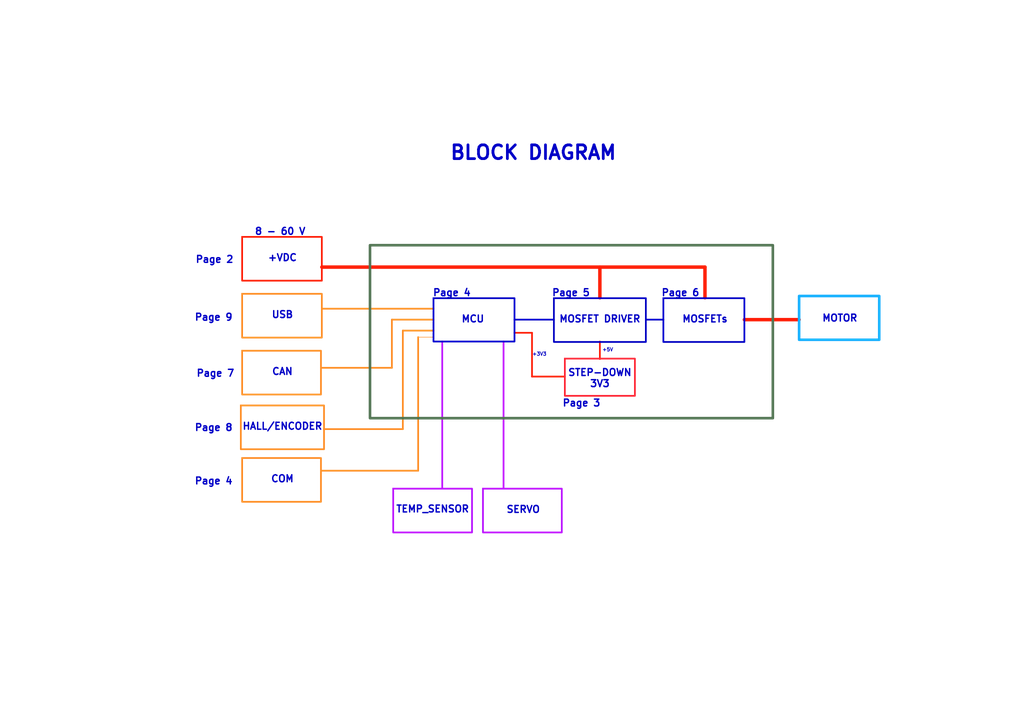
<source format=kicad_sch>
(kicad_sch
	(version 20231120)
	(generator "eeschema")
	(generator_version "8.0")
	(uuid "d9f81514-9a6d-4f06-bb2f-d9f9c323437b")
	(paper "A4")
	(title_block
		(title " BLOCK DIAGRAM")
		(date "2025-01-24")
		(rev "0")
	)
	(lib_symbols)
	(polyline
		(pts
			(xy 215.9 92.71) (xy 231.775 92.71)
		)
		(stroke
			(width 1)
			(type default)
			(color 255 28 5 1)
		)
		(uuid "0506f087-8f75-4da3-9616-4e670b537902")
	)
	(polyline
		(pts
			(xy 121.285 97.79) (xy 125.73 97.79)
		)
		(stroke
			(width 0)
			(type default)
			(color 255 140 35 1)
		)
		(uuid "09b8680b-6fd5-4f08-a622-07789c7c1b0e")
	)
	(polyline
		(pts
			(xy 113.665 92.71) (xy 125.73 92.71)
		)
		(stroke
			(width 0.5)
			(type default)
			(color 255 140 35 1)
		)
		(uuid "0b335e44-351a-4f4a-8f2a-a49e3913ed45")
	)
	(polyline
		(pts
			(xy 173.99 99.06) (xy 173.99 104.14)
		)
		(stroke
			(width 0.5)
			(type default)
			(color 255 28 5 1)
		)
		(uuid "10959e78-2910-40df-8207-0989b1776ffe")
	)
	(polyline
		(pts
			(xy 149.225 96.52) (xy 154.305 96.52)
		)
		(stroke
			(width 0.5)
			(type default)
			(color 255 28 5 1)
		)
		(uuid "2149d609-5dc7-48f6-9123-e301e15d2d37")
	)
	(polyline
		(pts
			(xy 93.345 89.535) (xy 125.73 89.535)
		)
		(stroke
			(width 0.5)
			(type default)
			(color 255 140 35 1)
		)
		(uuid "22eff919-4e3a-4b7e-94a4-a95d48b84a32")
	)
	(polyline
		(pts
			(xy 93.345 106.68) (xy 113.665 106.68)
		)
		(stroke
			(width 0.5)
			(type default)
			(color 255 140 35 1)
		)
		(uuid "344f183e-360f-4415-b6cb-5b859b0c4e32")
	)
	(polyline
		(pts
			(xy 149.225 92.71) (xy 160.655 92.71)
		)
		(stroke
			(width 0.5)
			(type default)
		)
		(uuid "3b7b04bc-aebd-4d76-9fb6-da46ee30e0b9")
	)
	(polyline
		(pts
			(xy 160.655 92.075) (xy 160.655 92.71)
		)
		(stroke
			(width 0)
			(type default)
		)
		(uuid "4ef4887e-011d-4891-b332-3ee1822f583f")
	)
	(polyline
		(pts
			(xy 116.84 124.46) (xy 116.84 95.885)
		)
		(stroke
			(width 0.5)
			(type default)
			(color 255 140 35 1)
		)
		(uuid "7cba861f-9076-4cf6-8e1c-835efce600c3")
	)
	(polyline
		(pts
			(xy 163.83 109.22) (xy 154.305 109.22)
		)
		(stroke
			(width 0.5)
			(type default)
			(color 255 28 5 1)
		)
		(uuid "817571ed-53c0-4cd3-9d81-cbba8adc7818")
	)
	(polyline
		(pts
			(xy 187.325 92.71) (xy 192.405 92.71)
		)
		(stroke
			(width 0.5)
			(type default)
		)
		(uuid "8e762f7e-ba1c-4d8f-99d0-cf843f2c35e7")
	)
	(polyline
		(pts
			(xy 204.47 77.47) (xy 204.47 86.36)
		)
		(stroke
			(width 1)
			(type default)
			(color 255 28 5 1)
		)
		(uuid "96346455-d5a9-44db-810d-eed03d166d7c")
	)
	(polyline
		(pts
			(xy 173.99 77.47) (xy 173.99 86.36)
		)
		(stroke
			(width 1)
			(type default)
			(color 255 28 5 1)
		)
		(uuid "9ad1ed50-2d6a-4f4b-9078-07f830cff79a")
	)
	(polyline
		(pts
			(xy 121.285 136.525) (xy 121.285 97.79)
		)
		(stroke
			(width 0.5)
			(type default)
			(color 255 140 35 1)
		)
		(uuid "9c46ddeb-e55d-47c5-82cd-8869915bdbb8")
	)
	(polyline
		(pts
			(xy 146.05 99.06) (xy 146.05 141.605)
		)
		(stroke
			(width 0.5)
			(type default)
			(color 182 13 255 1)
		)
		(uuid "a462faa3-28ee-48c7-999c-52748123a538")
	)
	(polyline
		(pts
			(xy 93.345 136.525) (xy 121.285 136.525)
		)
		(stroke
			(width 0.5)
			(type default)
			(color 255 140 35 1)
		)
		(uuid "a78b41d9-f150-4705-b72f-0dd94b9b87aa")
	)
	(polyline
		(pts
			(xy 93.98 124.46) (xy 116.84 124.46)
		)
		(stroke
			(width 0.5)
			(type default)
			(color 255 140 35 1)
		)
		(uuid "b22ef404-4031-40f9-88fe-36ee1735783a")
	)
	(polyline
		(pts
			(xy 154.305 109.22) (xy 154.305 96.52)
		)
		(stroke
			(width 0.5)
			(type default)
			(color 255 28 5 1)
		)
		(uuid "b6aea936-6a46-4fbe-954b-55437cc24901")
	)
	(polyline
		(pts
			(xy 125.73 97.79) (xy 125.73 97.79)
		)
		(stroke
			(width 0)
			(type default)
		)
		(uuid "b96d9af2-fc51-457f-993f-1d5f273120fe")
	)
	(polyline
		(pts
			(xy 128.27 99.06) (xy 128.27 141.605)
		)
		(stroke
			(width 0.5)
			(type default)
			(color 182 13 255 1)
		)
		(uuid "bbddd24e-bd78-4142-9764-0234117a6d4d")
	)
	(polyline
		(pts
			(xy 113.665 106.68) (xy 113.665 92.71)
		)
		(stroke
			(width 0.5)
			(type default)
			(color 255 140 35 1)
		)
		(uuid "c13deb85-de4e-40d3-8411-629d681585b7")
	)
	(polyline
		(pts
			(xy 93.345 77.47) (xy 204.47 77.47)
		)
		(stroke
			(width 1)
			(type default)
			(color 255 28 5 1)
		)
		(uuid "d79d35db-eb5c-4102-adc2-0b0009002063")
	)
	(polyline
		(pts
			(xy 116.84 95.885) (xy 125.73 95.885)
		)
		(stroke
			(width 0.5)
			(type default)
			(color 255 140 35 1)
		)
		(uuid "f88c3d2d-1bf8-46be-a43c-6f4371193bf5")
	)
	(rectangle
		(start 70.231 85.217)
		(end 93.345 97.917)
		(stroke
			(width 0.5)
			(type default)
			(color 255 140 35 1)
		)
		(fill
			(type none)
		)
		(uuid 20706e06-5654-4c11-b829-a63664107276)
	)
	(rectangle
		(start 114.046 141.732)
		(end 136.906 154.432)
		(stroke
			(width 0.5)
			(type default)
			(color 182 13 255 1)
		)
		(fill
			(type none)
		)
		(uuid 5dc3196a-1b79-455b-bf4f-380e4ac2d79e)
	)
	(rectangle
		(start 70.231 68.707)
		(end 93.345 81.407)
		(stroke
			(width 0.5)
			(type default)
			(color 255 28 5 1)
		)
		(fill
			(type none)
		)
		(uuid 6ca7c7eb-76b1-442a-b59c-e300c093913a)
	)
	(rectangle
		(start 231.775 85.852)
		(end 255.016 98.552)
		(stroke
			(width 0.75)
			(type default)
			(color 19 173 255 1)
		)
		(fill
			(type none)
		)
		(uuid 7403a91b-fc5d-419f-8a57-2303ffcc0f7f)
	)
	(rectangle
		(start 125.73 86.487)
		(end 149.225 99.06)
		(stroke
			(width 0.5)
			(type default)
		)
		(fill
			(type none)
		)
		(uuid 78d8faea-2352-4f95-8e71-a6addd8ebf30)
	)
	(rectangle
		(start 163.83 104.013)
		(end 184.15 114.808)
		(stroke
			(width 0.5)
			(type default)
			(color 255 37 51 1)
		)
		(fill
			(type none)
		)
		(uuid 92e79d8a-c1d3-4e35-a4e9-1adb2c5750c0)
	)
	(rectangle
		(start 107.315 71.12)
		(end 224.155 121.285)
		(stroke
			(width 0.75)
			(type default)
			(color 81 115 82 1)
		)
		(fill
			(type none)
		)
		(uuid b1c6e8d6-3cd7-46b1-b604-ccdb28adab3c)
	)
	(rectangle
		(start 70.231 132.842)
		(end 93.091 145.542)
		(stroke
			(width 0.5)
			(type default)
			(color 255 140 35 1)
		)
		(fill
			(type none)
		)
		(uuid b3a8c1ac-f320-4668-99d9-524bf6941f38)
	)
	(rectangle
		(start 69.85 117.602)
		(end 93.98 130.302)
		(stroke
			(width 0.5)
			(type default)
			(color 255 140 35 1)
		)
		(fill
			(type none)
		)
		(uuid c00220c0-d34b-4086-a828-5a57a8496df0)
	)
	(rectangle
		(start 70.231 101.727)
		(end 93.091 114.427)
		(stroke
			(width 0.5)
			(type default)
			(color 255 140 35 1)
		)
		(fill
			(type none)
		)
		(uuid dbb08ffd-04fa-46a2-8279-44628736987d)
	)
	(rectangle
		(start 160.655 86.487)
		(end 187.325 99.187)
		(stroke
			(width 0.5)
			(type default)
		)
		(fill
			(type none)
		)
		(uuid debb59ae-fa65-4751-9c04-4ae4a0b16637)
	)
	(rectangle
		(start 140.081 141.732)
		(end 162.941 154.432)
		(stroke
			(width 0.5)
			(type default)
			(color 182 13 255 1)
		)
		(fill
			(type none)
		)
		(uuid e69abcaa-191a-482b-842f-665b2f482f59)
	)
	(rectangle
		(start 192.405 86.487)
		(end 215.9 99.187)
		(stroke
			(width 0.5)
			(type default)
		)
		(fill
			(type none)
		)
		(uuid fe1a9964-367b-4930-80ac-a42850581dde)
	)
	(text "Page 5"
		(exclude_from_sim no)
		(at 165.608 85.09 0)
		(effects
			(font
				(size 2 2)
				(bold yes)
			)
		)
		(uuid "01f265d1-68dd-4ed3-a5ac-9325c9de1e44")
	)
	(text "Page 8"
		(exclude_from_sim no)
		(at 61.976 124.206 0)
		(effects
			(font
				(size 2 2)
				(bold yes)
			)
		)
		(uuid "0261a8e4-4524-40c4-956e-0d3c8a89ac6b")
	)
	(text "Page 6"
		(exclude_from_sim no)
		(at 197.358 85.09 0)
		(effects
			(font
				(size 2 2)
				(bold yes)
			)
		)
		(uuid "072489ea-0b7b-4a95-a422-9bfd13a276ae")
	)
	(text "Page 3"
		(exclude_from_sim no)
		(at 168.656 117.094 0)
		(effects
			(font
				(size 2 2)
				(bold yes)
			)
		)
		(uuid "43538fe4-8469-4048-b859-4f11770afab5")
	)
	(text "8 - 60 V"
		(exclude_from_sim no)
		(at 81.28 67.31 0)
		(effects
			(font
				(size 2 2)
				(bold yes)
			)
		)
		(uuid "4e49fe55-4669-4594-b59d-20f2d2cadba3")
	)
	(text "+3V3"
		(exclude_from_sim no)
		(at 156.464 102.87 0)
		(effects
			(font
				(size 1 1)
				(bold yes)
			)
		)
		(uuid "54939f2e-eba8-487d-959e-d8e102171a0b")
	)
	(text "Page 7"
		(exclude_from_sim no)
		(at 62.484 108.458 0)
		(effects
			(font
				(size 2 2)
				(bold yes)
			)
		)
		(uuid "5ec8dd66-a988-4aed-8214-9bd6f8f9a09b")
	)
	(text "COM"
		(exclude_from_sim no)
		(at 81.915 139.065 0)
		(effects
			(font
				(size 2 2)
				(bold yes)
			)
		)
		(uuid "5ed9515f-0cb9-44e1-8ac4-12a49467d94d")
	)
	(text "MOTOR"
		(exclude_from_sim no)
		(at 243.586 92.456 0)
		(effects
			(font
				(size 2 2)
				(bold yes)
			)
		)
		(uuid "60c5fce3-4e30-4b1d-8d39-ddba9f435861")
	)
	(text "USB"
		(exclude_from_sim no)
		(at 81.915 91.44 0)
		(effects
			(font
				(size 2 2)
				(bold yes)
			)
		)
		(uuid "62c01916-bccc-4f21-ae3f-9241dc055a07")
	)
	(text "STEP-DOWN\n3V3"
		(exclude_from_sim no)
		(at 173.99 109.855 0)
		(effects
			(font
				(size 2 2)
				(bold yes)
			)
		)
		(uuid "640252a3-ae87-4868-a90f-5b81c78a9026")
	)
	(text "Page 4"
		(exclude_from_sim no)
		(at 131.064 85.09 0)
		(effects
			(font
				(size 2 2)
				(bold yes)
			)
		)
		(uuid "7606ec9b-c737-4405-afa2-1d7d367de12d")
	)
	(text "CAN"
		(exclude_from_sim no)
		(at 81.915 107.95 0)
		(effects
			(font
				(size 2 2)
				(bold yes)
			)
		)
		(uuid "85eff90a-fe78-4195-a278-57ece3b442e5")
	)
	(text "Page 2"
		(exclude_from_sim no)
		(at 62.23 75.438 0)
		(effects
			(font
				(size 2 2)
				(bold yes)
			)
		)
		(uuid "9e53ef12-6da7-48c9-b7ad-1b3887f49128")
	)
	(text "${TITLE}"
		(exclude_from_sim no)
		(at 153.162 44.45 0)
		(effects
			(font
				(size 4 4)
				(thickness 0.8)
				(bold yes)
			)
		)
		(uuid "b451f167-b89d-4e31-a223-74c031e04c53")
	)
	(text "+VDC"
		(exclude_from_sim no)
		(at 81.915 74.93 0)
		(effects
			(font
				(size 2 2)
				(bold yes)
			)
		)
		(uuid "cab2c526-0662-409c-8328-923bea99b7df")
	)
	(text "MCU"
		(exclude_from_sim no)
		(at 137.16 92.71 0)
		(effects
			(font
				(size 2 2)
				(bold yes)
			)
		)
		(uuid "cec3cb80-1181-4bb5-8e4f-ce03ef8382ee")
	)
	(text "+5V"
		(exclude_from_sim no)
		(at 176.276 101.6 0)
		(effects
			(font
				(size 1 1)
				(bold yes)
			)
		)
		(uuid "d09839a5-3297-42a9-b28b-1fdb02837a10")
	)
	(text "Page 4"
		(exclude_from_sim no)
		(at 61.976 139.7 0)
		(effects
			(font
				(size 2 2)
				(bold yes)
			)
		)
		(uuid "db29cd27-20c9-42a1-b142-ed26ca173509")
	)
	(text "MOSFET DRIVER"
		(exclude_from_sim no)
		(at 173.99 92.71 0)
		(effects
			(font
				(size 2 2)
				(bold yes)
			)
		)
		(uuid "e02d0b10-32ab-4374-bd0e-01c56602f330")
	)
	(text "MOSFETs"
		(exclude_from_sim no)
		(at 204.47 92.71 0)
		(effects
			(font
				(size 2 2)
				(bold yes)
			)
		)
		(uuid "e0b0b57e-9094-40ff-ac75-4901f601ca71")
	)
	(text "SERVO"
		(exclude_from_sim no)
		(at 151.765 147.955 0)
		(effects
			(font
				(size 2 2)
				(bold yes)
			)
		)
		(uuid "e0ebe39f-b06c-4bec-8030-bbc0fcaf4cf3")
	)
	(text "Page 9"
		(exclude_from_sim no)
		(at 61.976 92.202 0)
		(effects
			(font
				(size 2 2)
				(bold yes)
			)
		)
		(uuid "e6becffe-e022-4ce4-a7cc-cf22eacc948d")
	)
	(text "HALL/ENCODER"
		(exclude_from_sim no)
		(at 81.915 123.825 0)
		(effects
			(font
				(size 2 2)
				(bold yes)
			)
		)
		(uuid "f00979e2-5c7e-4749-9cfa-a6e34667a30f")
	)
	(text "TEMP_SENSOR"
		(exclude_from_sim no)
		(at 125.476 147.828 0)
		(effects
			(font
				(size 2 2)
				(bold yes)
			)
		)
		(uuid "fb9839eb-7d8d-4338-91bc-69598046b874")
	)
)

</source>
